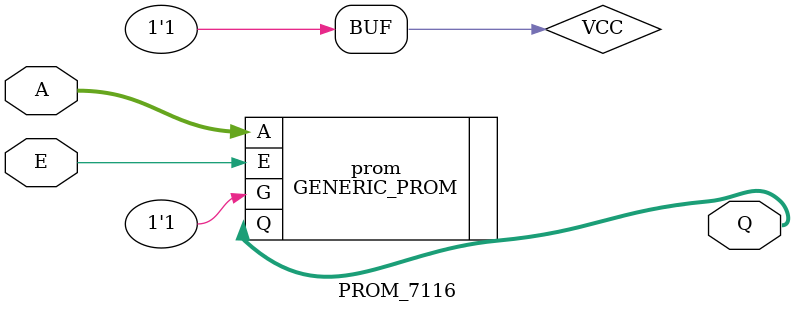
<source format=v>
`timescale 1ns / 1ps
module PROM_7116(
    input wire E,
    input wire [8:0] A,
    output wire [3:0] Q
    );

	parameter FILE_NAME = "";
	// Type E (45ns) timings
	parameter tAA = 45;
	parameter tEN = 30;
	parameter tDIS = 30;
	
	supply1 VCC;
	
	GENERIC_PROM #(9, 4, FILE_NAME, tAA, tAA, tEN, tDIS) prom(
		.E(E),
		.G(VCC),
		.A(A),
		.Q(Q)
	);
	
endmodule

</source>
